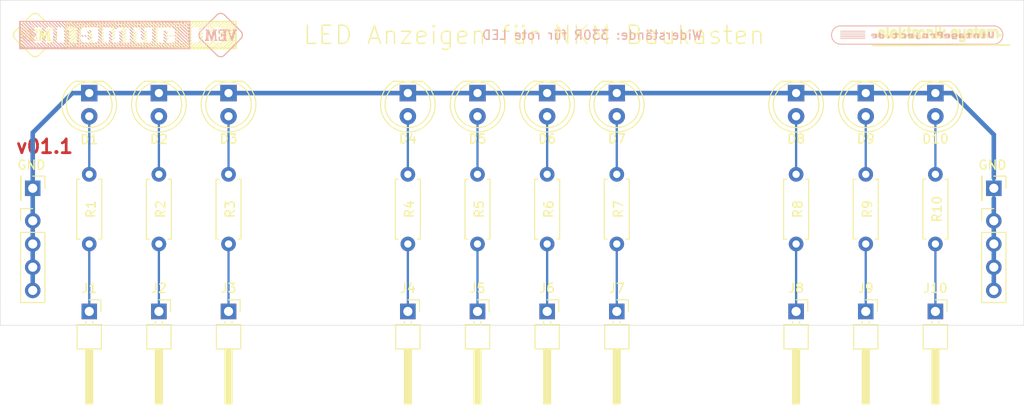
<source format=kicad_pcb>
(kicad_pcb (version 20171130) (host pcbnew "(5.1.2)-1")
  (title_block (title "NKM LED Board") (date 2019-05-01) (rev v01) (company "VintageProject 2019") (comment 2 "VEB Numerik Karl Marx") (comment 3 "NKM Baukasten 100/150") (comment 4 "Additional indicator LEDs"))
  (layers (0 F.Cu signal) (31 B.Cu signal) (34 B.Paste user) (35 F.Paste user) (36 B.SilkS user) (37 F.SilkS user) (38 B.Mask user) (39 F.Mask user) (44 Edge.Cuts user))
  (net 0 "")
  (net 1 "Net-(D1-Pad2)")
  (net 2 GND)
  (net 3 "Net-(D2-Pad2)")
  (net 4 "Net-(D3-Pad2)")
  (net 5 "Net-(D4-Pad2)")
  (net 6 "Net-(D5-Pad2)")
  (net 7 "Net-(D6-Pad2)")
  (net 8 "Net-(D7-Pad2)")
  (net 9 "Net-(D8-Pad2)")
  (net 10 "Net-(D9-Pad2)")
  (net 11 "Net-(D10-Pad2)")
  (net 12 "Net-(J1-Pad1)")
  (net 13 "Net-(J2-Pad1)")
  (net 14 "Net-(J3-Pad1)")
  (net 15 "Net-(J4-Pad1)")
  (net 16 "Net-(J5-Pad1)")
  (net 17 "Net-(J6-Pad1)")
  (net 18 "Net-(J7-Pad1)")
  (net 19 "Net-(J8-Pad1)")
  (net 20 "Net-(J9-Pad1)")
  (net 21 "Net-(J10-Pad1)")
  (module Connector_PinHeader_2.54mm:PinHeader_1x04_P2.54mm_Vertical (layer F.Cu) (at 92.456 90.17)
    (fp_text reference REF** hide)
    (fp_text value PinHeader_1x04_P2.54mm_Vertical)
    (pad 1 thru_hole oval (at 0 0) (size 1.7 1.7) (drill 1) (layers *.Cu *.Mask) (net 2 GND))
    (pad 2 thru_hole oval (at 0 2.54) (size 1.7 1.7) (drill 1) (layers *.Cu *.Mask) (net 2 GND))
    (pad 3 thru_hole oval (at 0 5.08) (size 1.7 1.7) (drill 1) (layers *.Cu *.Mask) (net 2 GND))
    (pad 4 thru_hole oval (at 0 7.62) (size 1.7 1.7) (drill 1) (layers *.Cu *.Mask) (net 2 GND))
  )
  (module Connector_PinHeader_2.54mm:PinHeader_1x01_P2.54mm_Vertical (layer F.Cu) (at 92.456 86.614 270)
    (fp_text reference GND (at -2.54 0.15) (layer F.SilkS))
    (fp_text value Conn_01x01_Male)
    (pad 1 thru_hole rect (at 0 0 270) (size 1.7 1.7) (drill 1) (layers *.Cu *.Mask) (net 2 GND))
  )
  (module Connector_PinHeader_2.54mm:PinHeader_1x04_P2.54mm_Vertical (layer F.Cu) (at 197.612 90.17)
    (fp_text reference REF** hide)
    (fp_text value PinHeader_1x04_P2.54mm_Vertical)
    (pad 4 thru_hole oval (at 0 7.62) (size 1.7 1.7) (drill 1) (layers *.Cu *.Mask) (net 2 GND))
    (pad 3 thru_hole oval (at 0 5.08) (size 1.7 1.7) (drill 1) (layers *.Cu *.Mask) (net 2 GND))
    (pad 2 thru_hole oval (at 0 2.54) (size 1.7 1.7) (drill 1) (layers *.Cu *.Mask) (net 2 GND))
    (pad 1 thru_hole oval (at 0 0) (size 1.7 1.7) (drill 1) (layers *.Cu *.Mask) (net 2 GND))
  )
  (module Thilo_Lib:numerik_4000dpi (layer F.Cu) (at 105.41 69.85)
    (fp_text reference G*** hide)
    (fp_text value LOGO hide)
  )
  (module Thilo_Lib:Logo_VEM2 (layer B.Cu) (at 113.03 69.85 180)
    (fp_text reference G*** hide)
    (fp_text value LOGO hide)
  )
  (module Thilo_Lib:numerik_4000dpi (layer B.Cu) (at 100.33 69.85 180)
    (fp_text reference G*** hide)
    (fp_text value LOGO hide)
  )
  (module Thilo_Lib:LOGO_VintageProject_F.SilkS (layer B.Cu) (at 189.23 69.85 180)
    (fp_text reference G*** hide)
    (fp_text value LOGO_VintageProject_F.SilkS hide)
  )
  (module Resistor_THT:R_Axial_DIN0207_L6.3mm_D2.5mm_P7.62mm_Horizontal (layer F.Cu) (at 98.64 85.09 270)
    (fp_text reference R1 (at 3.81 -0.18 90) (layer F.SilkS))
    (fp_text value 330)
    (pad 2 thru_hole oval (at 7.62 0 270) (size 1.6 1.6) (drill 0.8) (layers *.Cu *.Mask) (net 12 "Net-(J1-Pad1)"))
    (pad 1 thru_hole circle (at 0 0 270) (size 1.6 1.6) (drill 0.8) (layers *.Cu *.Mask) (net 1 "Net-(D1-Pad2)"))
  )
  (module Resistor_THT:R_Axial_DIN0207_L6.3mm_D2.5mm_P7.62mm_Horizontal (layer F.Cu) (at 106.26 85.09 270)
    (fp_text reference R2 (at 3.81 -0.18 90) (layer F.SilkS))
    (fp_text value 330)
    (pad 2 thru_hole oval (at 7.62 0 270) (size 1.6 1.6) (drill 0.8) (layers *.Cu *.Mask) (net 13 "Net-(J2-Pad1)"))
    (pad 1 thru_hole circle (at 0 0 270) (size 1.6 1.6) (drill 0.8) (layers *.Cu *.Mask) (net 3 "Net-(D2-Pad2)"))
  )
  (module Resistor_THT:R_Axial_DIN0207_L6.3mm_D2.5mm_P7.62mm_Horizontal (layer F.Cu) (at 113.88 85.09 270)
    (fp_text reference R3 (at 3.81 -0.18 90) (layer F.SilkS))
    (fp_text value 330)
    (pad 2 thru_hole oval (at 7.62 0 270) (size 1.6 1.6) (drill 0.8) (layers *.Cu *.Mask) (net 14 "Net-(J3-Pad1)"))
    (pad 1 thru_hole circle (at 0 0 270) (size 1.6 1.6) (drill 0.8) (layers *.Cu *.Mask) (net 4 "Net-(D3-Pad2)"))
  )
  (module Resistor_THT:R_Axial_DIN0207_L6.3mm_D2.5mm_P7.62mm_Horizontal (layer F.Cu) (at 133.5 85.09 270)
    (fp_text reference R4 (at 3.81 -0.18 90) (layer F.SilkS))
    (fp_text value 330)
    (pad 2 thru_hole oval (at 7.62 0 270) (size 1.6 1.6) (drill 0.8) (layers *.Cu *.Mask) (net 15 "Net-(J4-Pad1)"))
    (pad 1 thru_hole circle (at 0 0 270) (size 1.6 1.6) (drill 0.8) (layers *.Cu *.Mask) (net 5 "Net-(D4-Pad2)"))
  )
  (module Resistor_THT:R_Axial_DIN0207_L6.3mm_D2.5mm_P7.62mm_Horizontal (layer F.Cu) (at 141.12 85.09 270)
    (fp_text reference R5 (at 3.81 -0.18 90) (layer F.SilkS))
    (fp_text value 330)
    (pad 2 thru_hole oval (at 7.62 0 270) (size 1.6 1.6) (drill 0.8) (layers *.Cu *.Mask) (net 16 "Net-(J5-Pad1)"))
    (pad 1 thru_hole circle (at 0 0 270) (size 1.6 1.6) (drill 0.8) (layers *.Cu *.Mask) (net 6 "Net-(D5-Pad2)"))
  )
  (module Resistor_THT:R_Axial_DIN0207_L6.3mm_D2.5mm_P7.62mm_Horizontal (layer F.Cu) (at 148.74 85.09 270)
    (fp_text reference R6 (at 3.81 -0.18 90) (layer F.SilkS))
    (fp_text value 330)
    (pad 2 thru_hole oval (at 7.62 0 270) (size 1.6 1.6) (drill 0.8) (layers *.Cu *.Mask) (net 17 "Net-(J6-Pad1)"))
    (pad 1 thru_hole circle (at 0 0 270) (size 1.6 1.6) (drill 0.8) (layers *.Cu *.Mask) (net 7 "Net-(D6-Pad2)"))
  )
  (module Resistor_THT:R_Axial_DIN0207_L6.3mm_D2.5mm_P7.62mm_Horizontal (layer F.Cu) (at 156.36 85.09 270)
    (fp_text reference R7 (at 3.81 -0.18 90) (layer F.SilkS))
    (fp_text value 330)
    (pad 2 thru_hole oval (at 7.62 0 270) (size 1.6 1.6) (drill 0.8) (layers *.Cu *.Mask) (net 18 "Net-(J7-Pad1)"))
    (pad 1 thru_hole circle (at 0 0 270) (size 1.6 1.6) (drill 0.8) (layers *.Cu *.Mask) (net 8 "Net-(D7-Pad2)"))
  )
  (module Resistor_THT:R_Axial_DIN0207_L6.3mm_D2.5mm_P7.62mm_Horizontal (layer F.Cu) (at 175.98 85.09 270)
    (fp_text reference R8 (at 3.81 -0.18 90) (layer F.SilkS))
    (fp_text value 330)
    (pad 2 thru_hole oval (at 7.62 0 270) (size 1.6 1.6) (drill 0.8) (layers *.Cu *.Mask) (net 19 "Net-(J8-Pad1)"))
    (pad 1 thru_hole circle (at 0 0 270) (size 1.6 1.6) (drill 0.8) (layers *.Cu *.Mask) (net 9 "Net-(D8-Pad2)"))
  )
  (module Resistor_THT:R_Axial_DIN0207_L6.3mm_D2.5mm_P7.62mm_Horizontal (layer F.Cu) (at 183.6 85.09 270)
    (fp_text reference R9 (at 3.81 -0.18 90) (layer F.SilkS))
    (fp_text value 330)
    (pad 2 thru_hole oval (at 7.62 0 270) (size 1.6 1.6) (drill 0.8) (layers *.Cu *.Mask) (net 20 "Net-(J9-Pad1)"))
    (pad 1 thru_hole circle (at 0 0 270) (size 1.6 1.6) (drill 0.8) (layers *.Cu *.Mask) (net 10 "Net-(D9-Pad2)"))
  )
  (module Resistor_THT:R_Axial_DIN0207_L6.3mm_D2.5mm_P7.62mm_Horizontal (layer F.Cu) (at 191.22 85.09 270)
    (fp_text reference R10 (at 3.81 -0.18 90) (layer F.SilkS))
    (fp_text value 330)
    (pad 2 thru_hole oval (at 7.62 0 270) (size 1.6 1.6) (drill 0.8) (layers *.Cu *.Mask) (net 21 "Net-(J10-Pad1)"))
    (pad 1 thru_hole circle (at 0 0 270) (size 1.6 1.6) (drill 0.8) (layers *.Cu *.Mask) (net 11 "Net-(D10-Pad2)"))
  )
  (module Thilo_Lib:Logo_VEM2 (layer F.Cu) (at 92.71 69.85)
    (fp_text reference G*** hide)
    (fp_text value LOGO hide)
  )
  (module Thilo_Lib:Logo_elektroniksystem_15mm (layer F.Cu) (at 191.77 69.85)
    (fp_text reference G*** hide)
    (fp_text value LOGO hide)
  )
  (module Connector_PinHeader_2.54mm:PinHeader_1x01_P2.54mm_Vertical (layer F.Cu) (at 197.612 86.614 270)
    (fp_text reference GND (at -2.54 0.15) (layer F.SilkS))
    (fp_text value Conn_01x01_Male)
    (pad 1 thru_hole rect (at 0 0 270) (size 1.7 1.7) (drill 1) (layers *.Cu *.Mask) (net 2 GND))
  )
  (module LED_THT:LED_D5.0mm (layer F.Cu) (at 98.64 76.2 270)
    (fp_text reference D1 (at 5.08 0) (layer F.SilkS))
    (fp_text value RED)
    (pad 2 thru_hole circle (at 2.54 0 270) (size 1.8 1.8) (drill 0.9) (layers *.Cu *.Mask) (net 1 "Net-(D1-Pad2)"))
    (pad 1 thru_hole rect (at 0 0 270) (size 1.8 1.8) (drill 0.9) (layers *.Cu *.Mask) (net 2 GND))
  )
  (module LED_THT:LED_D5.0mm (layer F.Cu) (at 106.26 76.2 270)
    (fp_text reference D2 (at 5.05 0) (layer F.SilkS))
    (fp_text value RED)
    (pad 1 thru_hole rect (at 0 0 270) (size 1.8 1.8) (drill 0.9) (layers *.Cu *.Mask) (net 2 GND))
    (pad 2 thru_hole circle (at 2.54 0 270) (size 1.8 1.8) (drill 0.9) (layers *.Cu *.Mask) (net 3 "Net-(D2-Pad2)"))
  )
  (module LED_THT:LED_D5.0mm (layer F.Cu) (at 113.88 76.2 270)
    (fp_text reference D3 (at 5.01 0) (layer F.SilkS))
    (fp_text value RED)
    (pad 2 thru_hole circle (at 2.54 0 270) (size 1.8 1.8) (drill 0.9) (layers *.Cu *.Mask) (net 4 "Net-(D3-Pad2)"))
    (pad 1 thru_hole rect (at 0 0 270) (size 1.8 1.8) (drill 0.9) (layers *.Cu *.Mask) (net 2 GND))
  )
  (module LED_THT:LED_D5.0mm (layer F.Cu) (at 133.5 76.2 270)
    (fp_text reference D4 (at 5.01 0) (layer F.SilkS))
    (fp_text value RED)
    (pad 1 thru_hole rect (at 0 0 270) (size 1.8 1.8) (drill 0.9) (layers *.Cu *.Mask) (net 2 GND))
    (pad 2 thru_hole circle (at 2.54 0 270) (size 1.8 1.8) (drill 0.9) (layers *.Cu *.Mask) (net 5 "Net-(D4-Pad2)"))
  )
  (module LED_THT:LED_D5.0mm (layer F.Cu) (at 141.12 76.2 270)
    (fp_text reference D5 (at 5.01 0) (layer F.SilkS))
    (fp_text value RED)
    (pad 2 thru_hole circle (at 2.54 0 270) (size 1.8 1.8) (drill 0.9) (layers *.Cu *.Mask) (net 6 "Net-(D5-Pad2)"))
    (pad 1 thru_hole rect (at 0 0 270) (size 1.8 1.8) (drill 0.9) (layers *.Cu *.Mask) (net 2 GND))
  )
  (module LED_THT:LED_D5.0mm (layer F.Cu) (at 148.74 76.2 270)
    (fp_text reference D6 (at 5.01 0) (layer F.SilkS))
    (fp_text value RED)
    (pad 1 thru_hole rect (at 0 0 270) (size 1.8 1.8) (drill 0.9) (layers *.Cu *.Mask) (net 2 GND))
    (pad 2 thru_hole circle (at 2.54 0 270) (size 1.8 1.8) (drill 0.9) (layers *.Cu *.Mask) (net 7 "Net-(D6-Pad2)"))
  )
  (module LED_THT:LED_D5.0mm (layer F.Cu) (at 156.36 76.2 270)
    (fp_text reference D7 (at 5.01 0) (layer F.SilkS))
    (fp_text value RED)
    (pad 2 thru_hole circle (at 2.54 0 270) (size 1.8 1.8) (drill 0.9) (layers *.Cu *.Mask) (net 8 "Net-(D7-Pad2)"))
    (pad 1 thru_hole rect (at 0 0 270) (size 1.8 1.8) (drill 0.9) (layers *.Cu *.Mask) (net 2 GND))
  )
  (module LED_THT:LED_D5.0mm (layer F.Cu) (at 175.98 76.2 270)
    (fp_text reference D8 (at 5.01 0) (layer F.SilkS))
    (fp_text value RED)
    (pad 1 thru_hole rect (at 0 0 270) (size 1.8 1.8) (drill 0.9) (layers *.Cu *.Mask) (net 2 GND))
    (pad 2 thru_hole circle (at 2.54 0 270) (size 1.8 1.8) (drill 0.9) (layers *.Cu *.Mask) (net 9 "Net-(D8-Pad2)"))
  )
  (module LED_THT:LED_D5.0mm (layer F.Cu) (at 183.6 76.2 270)
    (fp_text reference D9 (at 5.01 0) (layer F.SilkS))
    (fp_text value RED)
    (pad 2 thru_hole circle (at 2.54 0 270) (size 1.8 1.8) (drill 0.9) (layers *.Cu *.Mask) (net 10 "Net-(D9-Pad2)"))
    (pad 1 thru_hole rect (at 0 0 270) (size 1.8 1.8) (drill 0.9) (layers *.Cu *.Mask) (net 2 GND))
  )
  (module LED_THT:LED_D5.0mm (layer F.Cu) (at 191.22 76.2 270)
    (fp_text reference D10 (at 5.01 0) (layer F.SilkS))
    (fp_text value RED)
    (pad 1 thru_hole rect (at 0 0 270) (size 1.8 1.8) (drill 0.9) (layers *.Cu *.Mask) (net 2 GND))
    (pad 2 thru_hole circle (at 2.54 0 270) (size 1.8 1.8) (drill 0.9) (layers *.Cu *.Mask) (net 11 "Net-(D10-Pad2)"))
  )
  (module Connector_PinHeader_2.54mm:PinHeader_1x01_P2.54mm_Horizontal (layer F.Cu) (at 98.64 100.09 270)
    (fp_text reference J1 (at -2.54 0) (layer F.SilkS))
    (fp_text value Conn_01x01_Male)
    (pad 1 thru_hole rect (at 0 0 270) (size 1.7 1.7) (drill 1) (layers *.Cu *.Mask) (net 12 "Net-(J1-Pad1)"))
  )
  (module Connector_PinHeader_2.54mm:PinHeader_1x01_P2.54mm_Horizontal (layer F.Cu) (at 106.26 100.09 270)
    (fp_text reference J2 (at -2.54 0) (layer F.SilkS))
    (fp_text value Conn_01x01_Male)
    (pad 1 thru_hole rect (at 0 0 270) (size 1.7 1.7) (drill 1) (layers *.Cu *.Mask) (net 13 "Net-(J2-Pad1)"))
  )
  (module Connector_PinHeader_2.54mm:PinHeader_1x01_P2.54mm_Horizontal (layer F.Cu) (at 113.88 100.09 270)
    (fp_text reference J3 (at -2.54 0) (layer F.SilkS))
    (fp_text value Conn_01x01_Male)
    (pad 1 thru_hole rect (at 0 0 270) (size 1.7 1.7) (drill 1) (layers *.Cu *.Mask) (net 14 "Net-(J3-Pad1)"))
  )
  (module Connector_PinHeader_2.54mm:PinHeader_1x01_P2.54mm_Horizontal (layer F.Cu) (at 133.5 100.09 270)
    (fp_text reference J4 (at -2.54 0) (layer F.SilkS))
    (fp_text value Conn_01x01_Male)
    (pad 1 thru_hole rect (at 0 0 270) (size 1.7 1.7) (drill 1) (layers *.Cu *.Mask) (net 15 "Net-(J4-Pad1)"))
  )
  (module Connector_PinHeader_2.54mm:PinHeader_1x01_P2.54mm_Horizontal (layer F.Cu) (at 141.12 100.09 270)
    (fp_text reference J5 (at -2.54 0) (layer F.SilkS))
    (fp_text value Conn_01x01_Male)
    (pad 1 thru_hole rect (at 0 0 270) (size 1.7 1.7) (drill 1) (layers *.Cu *.Mask) (net 16 "Net-(J5-Pad1)"))
  )
  (module Connector_PinHeader_2.54mm:PinHeader_1x01_P2.54mm_Horizontal (layer F.Cu) (at 148.74 100.09 270)
    (fp_text reference J6 (at -2.54 0) (layer F.SilkS))
    (fp_text value Conn_01x01_Male)
    (pad 1 thru_hole rect (at 0 0 270) (size 1.7 1.7) (drill 1) (layers *.Cu *.Mask) (net 17 "Net-(J6-Pad1)"))
  )
  (module Connector_PinHeader_2.54mm:PinHeader_1x01_P2.54mm_Horizontal (layer F.Cu) (at 156.36 100.09 270)
    (fp_text reference J7 (at -2.54 0) (layer F.SilkS))
    (fp_text value Conn_01x01_Male)
    (pad 1 thru_hole rect (at 0 0 270) (size 1.7 1.7) (drill 1) (layers *.Cu *.Mask) (net 18 "Net-(J7-Pad1)"))
  )
  (module Connector_PinHeader_2.54mm:PinHeader_1x01_P2.54mm_Horizontal (layer F.Cu) (at 175.98 100.09 270)
    (fp_text reference J8 (at -2.54 0) (layer F.SilkS))
    (fp_text value Conn_01x01_Male)
    (pad 1 thru_hole rect (at 0 0 270) (size 1.7 1.7) (drill 1) (layers *.Cu *.Mask) (net 19 "Net-(J8-Pad1)"))
  )
  (module Connector_PinHeader_2.54mm:PinHeader_1x01_P2.54mm_Horizontal (layer F.Cu) (at 183.6 100.09 270)
    (fp_text reference J9 (at -2.54 0) (layer F.SilkS))
    (fp_text value Conn_01x01_Male)
    (pad 1 thru_hole rect (at 0 0 270) (size 1.7 1.7) (drill 1) (layers *.Cu *.Mask) (net 20 "Net-(J9-Pad1)"))
  )
  (module Connector_PinHeader_2.54mm:PinHeader_1x01_P2.54mm_Horizontal (layer F.Cu) (at 191.22 100.09 270)
    (fp_text reference J10 (at -2.54 0) (layer F.SilkS))
    (fp_text value Conn_01x01_Male)
    (pad 1 thru_hole rect (at 0 0 270) (size 1.7 1.7) (drill 1) (layers *.Cu *.Mask) (net 21 "Net-(J10-Pad1)"))
  )
  (gr_text "Widerstände: 330R für rote LED" (at 153.67 69.85) (layer B.SilkS) (effects (font (size 1 1)) (justify mirror)))
  (gr_line (start 88.9 101.6) (end 88.9 99.06) (layer Edge.Cuts) (width 0.05))
  (gr_text v01.1 (at 97.028 82.042) (layer F.Cu) (effects (font (size 1.5 1.5) (thickness 0.3)) (justify right)))
  (gr_text "LED Anzeigen für NKM Baukasten" (at 147.32 69.85) (layer F.SilkS) (effects (font (size 2 2))))
  (gr_line (start 88.9 66.04) (end 88.9 99.06) (layer Edge.Cuts) (width 0.05))
  (gr_line (start 200.9 66.04) (end 88.9 66.04) (layer Edge.Cuts) (width 0.05))
  (gr_line (start 200.9 101.6) (end 200.9 66.04) (layer Edge.Cuts) (width 0.05))
  (gr_line (start 88.9 101.6) (end 200.9 101.6) (layer Edge.Cuts) (width 0.05))
  (segment (start 98.64 85.09) (end 98.64 78.74) (width 0.25) (layer B.Cu) (net 1))
  (segment (start 98.64 76.2) (end 106.26 76.2) (width 0.5) (layer B.Cu) (net 2))
  (segment (start 106.26 76.2) (end 113.88 76.2) (width 0.5) (layer B.Cu) (net 2))
  (segment (start 148.74 76.2) (end 141.12 76.2) (width 0.5) (layer B.Cu) (net 2))
  (segment (start 141.12 76.2) (end 133.5 76.2) (width 0.5) (layer B.Cu) (net 2))
  (segment (start 133.5 76.2) (end 113.18 76.2) (width 0.5) (layer B.Cu) (net 2))
  (segment (start 148.74 76.2) (end 156.36 76.2) (width 0.5) (layer B.Cu) (net 2))
  (segment (start 156.36 76.2) (end 176.68 76.2) (width 0.5) (layer B.Cu) (net 2))
  (segment (start 175.98 76.2) (end 183.6 76.2) (width 0.5) (layer B.Cu) (net 2))
  (segment (start 183.6 76.2) (end 191.22 76.2) (width 0.5) (layer B.Cu) (net 2))
  (segment (start 197.612 85.514) (end 197.612 86.614) (width 0.25) (layer B.Cu) (net 2))
  (segment (start 197.612 80.742) (end 197.612 85.514) (width 0.5) (layer B.Cu) (net 2))
  (segment (start 193.07 76.2) (end 197.612 80.742) (width 0.5) (layer B.Cu) (net 2))
  (segment (start 197.612 87.714) (end 197.612 97.79) (width 0.5) (layer B.Cu) (net 2))
  (segment (start 197.612 86.614) (end 197.612 87.714) (width 0.25) (layer B.Cu) (net 2))
  (segment (start 92.456 86.614) (end 92.456 87.714) (width 0.25) (layer B.Cu) (net 2))
  (segment (start 98.64 76.2) (end 96.774 76.2) (width 0.5) (layer B.Cu) (net 2))
  (segment (start 191.22 76.2) (end 193.04 76.2) (width 0.5) (layer B.Cu) (net 2))
  (segment (start 92.456 86.614) (end 92.456 97.79) (width 0.5) (layer B.Cu) (net 2))
  (segment (start 92.456 80.534) (end 92.456 86.614) (width 0.5) (layer B.Cu) (net 2))
  (segment (start 96.79 76.2) (end 92.456 80.534) (width 0.5) (layer B.Cu) (net 2))
  (segment (start 106.26 78.74) (end 106.26 85.09) (width 0.25) (layer B.Cu) (net 3))
  (segment (start 113.88 85.09) (end 113.88 78.74) (width 0.25) (layer B.Cu) (net 4))
  (segment (start 133.5 78.74) (end 133.5 85.09) (width 0.25) (layer B.Cu) (net 5))
  (segment (start 141.12 85.09) (end 141.12 78.74) (width 0.25) (layer B.Cu) (net 6))
  (segment (start 148.74 78.74) (end 148.74 85.09) (width 0.25) (layer B.Cu) (net 7))
  (segment (start 156.36 85.09) (end 156.36 78.74) (width 0.25) (layer B.Cu) (net 8))
  (segment (start 175.98 78.74) (end 175.98 85.09) (width 0.25) (layer B.Cu) (net 9))
  (segment (start 183.6 78.74) (end 183.6 85.09) (width 0.25) (layer B.Cu) (net 10))
  (segment (start 191.22 85.09) (end 191.22 78.74) (width 0.25) (layer B.Cu) (net 11))
  (segment (start 98.64 100.09) (end 98.64 92.71) (width 0.25) (layer B.Cu) (net 12))
  (segment (start 106.26 92.71) (end 106.26 100.09) (width 0.25) (layer B.Cu) (net 13))
  (segment (start 113.88 100.09) (end 113.88 92.71) (width 0.25) (layer B.Cu) (net 14))
  (segment (start 133.5 92.71) (end 133.5 100.09) (width 0.25) (layer B.Cu) (net 15))
  (segment (start 141.12 100.09) (end 141.12 92.71) (width 0.25) (layer B.Cu) (net 16))
  (segment (start 148.74 92.71) (end 148.74 100.09) (width 0.25) (layer B.Cu) (net 17))
  (segment (start 156.36 100.09) (end 156.36 92.71) (width 0.25) (layer B.Cu) (net 18))
  (segment (start 175.98 100.09) (end 175.98 92.71) (width 0.25) (layer B.Cu) (net 19))
  (segment (start 183.6 92.71) (end 183.6 100.09) (width 0.25) (layer B.Cu) (net 20))
  (segment (start 191.22 100.09) (end 191.22 92.71) (width 0.25) (layer B.Cu) (net 21))
)
</source>
